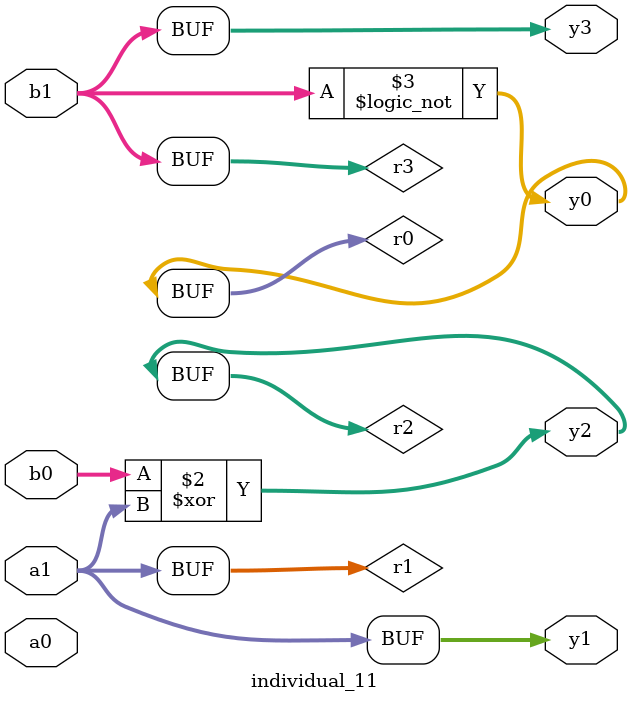
<source format=sv>
module individual_11(input logic [15:0] a1, input logic [15:0] a0, input logic [15:0] b1, input logic [15:0] b0, output logic [15:0] y3, output logic [15:0] y2, output logic [15:0] y1, output logic [15:0] y0);
logic [15:0] r0, r1, r2, r3; 
 always@(*) begin 
	 r0 = a0; r1 = a1; r2 = b0; r3 = b1; 
 	 r2  ^=  a1 ;
 	 r0 = ! b1 ;
 	 y3 = r3; y2 = r2; y1 = r1; y0 = r0; 
end
endmodule
</source>
